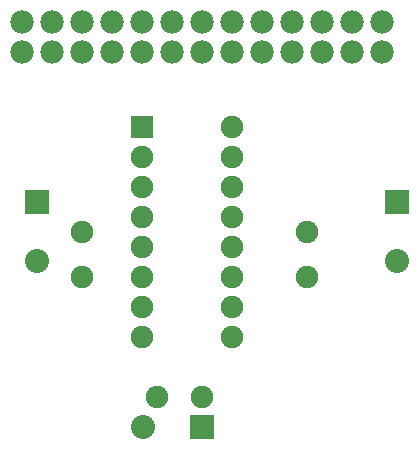
<source format=gtl>
G04 MADE WITH FRITZING*
G04 WWW.FRITZING.ORG*
G04 DOUBLE SIDED*
G04 HOLES PLATED*
G04 CONTOUR ON CENTER OF CONTOUR VECTOR*
%ASAXBY*%
%FSLAX23Y23*%
%MOIN*%
%OFA0B0*%
%SFA1.0B1.0*%
%ADD10C,0.078000*%
%ADD11C,0.075433*%
%ADD12C,0.075000*%
%ADD13C,0.080000*%
%ADD14R,0.075000X0.075000*%
%ADD15R,0.080000X0.080000*%
%LNCOPPER1*%
G90*
G70*
G54D10*
X317Y1470D03*
X417Y1470D03*
X517Y1470D03*
X617Y1470D03*
X717Y1470D03*
X817Y1470D03*
X917Y1470D03*
X1017Y1470D03*
X1117Y1470D03*
X1217Y1470D03*
X1317Y1470D03*
X1417Y1470D03*
X1517Y1470D03*
X317Y1470D03*
X417Y1470D03*
X517Y1470D03*
X617Y1470D03*
X717Y1470D03*
X817Y1470D03*
X917Y1470D03*
X1017Y1470D03*
X1117Y1470D03*
X1217Y1470D03*
X1317Y1470D03*
X1417Y1470D03*
X1517Y1470D03*
X1517Y1570D03*
X1417Y1570D03*
X1317Y1570D03*
X1217Y1570D03*
X1117Y1570D03*
X1017Y1570D03*
X917Y1570D03*
X817Y1570D03*
X717Y1570D03*
X617Y1570D03*
X517Y1570D03*
X417Y1570D03*
X317Y1570D03*
G54D11*
X1267Y870D03*
G54D12*
X717Y1220D03*
X1017Y1220D03*
X717Y1120D03*
X1017Y1120D03*
X717Y1020D03*
X1017Y1020D03*
X717Y920D03*
X1017Y920D03*
X717Y820D03*
X1017Y820D03*
X717Y720D03*
X1017Y720D03*
X717Y620D03*
X1017Y620D03*
X717Y520D03*
X1017Y520D03*
G54D11*
X1267Y720D03*
X517Y870D03*
X517Y720D03*
X767Y320D03*
X917Y320D03*
G54D13*
X1567Y970D03*
X1567Y774D03*
X1567Y970D03*
X1567Y774D03*
X367Y970D03*
X367Y774D03*
X367Y970D03*
X367Y774D03*
X917Y220D03*
X720Y220D03*
X917Y220D03*
X720Y220D03*
G54D14*
X717Y1220D03*
G54D15*
X1567Y970D03*
X1567Y970D03*
X367Y970D03*
X367Y970D03*
X917Y220D03*
X917Y220D03*
G04 End of Copper1*
M02*
</source>
